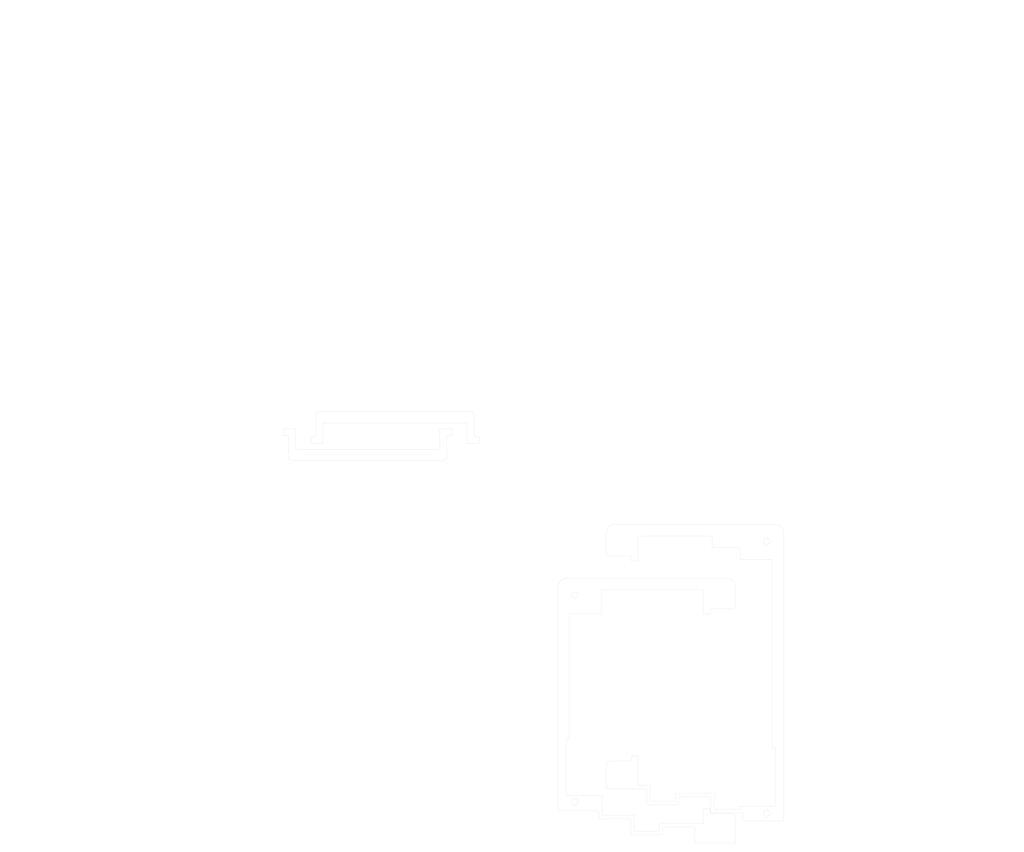
<source format=kicad_pcb>
(kicad_pcb (version 20171130) (host pcbnew "(5.1.4)-1")
  (layers (0 F.Cu signal hide) (31 B.Cu signal hide) (34 B.Paste user hide) (35 F.Paste user hide) (36 B.SilkS user) (37 F.SilkS user hide) (38 B.Mask user hide) (39 F.Mask user hide) (44 Edge.Cuts user))
  (net 0 "")
  (gr_line (start 465.06386 284.50666) (end 441.8673 284.50666) (layer Edge.Cuts) (width 0.1))
  (gr_curve (pts (xy 421.819334 278.7434) (xy 421.819335 279.295683) (xy 422.267049 279.743397) (xy 422.819332 279.743398)) (layer Edge.Cuts) (width 0.1))
  (gr_curve (pts (xy 440.869334 280.743396) (xy 440.869333 280.191113) (xy 440.421619 279.743399) (xy 439.869336 279.743398)) (layer Edge.Cuts) (width 0.1))
  (gr_line (start 401.76578 274.98166) (end 384.7173 274.98166) (layer Edge.Cuts) (width 0.1))
  (gr_line (start 382.71832 265.45666) (end 359.664 265.45666) (layer Edge.Cuts) (width 0.1))
  (gr_curve (pts (xy 403.766538 270.218398) (xy 403.214255 270.218399) (xy 402.766541 270.666113) (xy 402.76654 271.218396)) (layer Edge.Cuts) (width 0.1))
  (gr_line (start 421.81908 278.74594) (end 421.81908 271.21992) (layer Edge.Cuts) (width 0.1))
  (gr_line (start 402.76578 271.21992) (end 402.76578 273.98166) (layer Edge.Cuts) (width 0.1))
  (gr_curve (pts (xy 383.719232 266.454372) (xy 383.719231 265.902089) (xy 383.271518 265.454375) (xy 382.719234 265.454374)) (layer Edge.Cuts) (width 0.1))
  (gr_curve (pts (xy 440.869334 283.504376) (xy 440.869335 284.056659) (xy 441.317049 284.504374) (xy 441.869332 284.504375)) (layer Edge.Cuts) (width 0.1))
  (gr_line (start 439.86832 279.74416) (end 422.8173 279.74416) (layer Edge.Cuts) (width 0.1))
  (gr_curve (pts (xy 383.719232 273.979376) (xy 383.719234 274.531659) (xy 384.166947 274.979373) (xy 384.71923 274.979374)) (layer Edge.Cuts) (width 0.1))
  (gr_line (start 440.86908 283.5059) (end 440.86908 280.74492) (layer Edge.Cuts) (width 0.1))
  (gr_line (start 420.81832 270.21916) (end 403.76476 270.21916) (layer Edge.Cuts) (width 0.1))
  (gr_line (start 383.71908 273.9809) (end 383.71908 266.45488) (layer Edge.Cuts) (width 0.1))
  (gr_curve (pts (xy 421.819334 271.218396) (xy 421.819333 270.666113) (xy 421.371619 270.218399) (xy 420.819336 270.218398)) (layer Edge.Cuts) (width 0.1))
  (gr_arc (start 401.76578 273.98166) (end 402.76578 273.98166) (angle 90) (layer Edge.Cuts) (width 0.1))
  (gr_line (start 167.628 55.104) (end 167.628 51.104) (layer Edge.Cuts) (width 0.1))
  (gr_line (start 260.628 63.42938) (end 174.628 63.42938) (layer Edge.Cuts) (width 0.1))
  (gr_line (start 359.664 265.45666) (end 359.664 250.91) (layer Edge.Cuts) (width 0.1))
  (gr_line (start 373.664 126.91) (end 361.664 126.91) (layer Edge.Cuts) (width 0.1))
  (gr_line (start 260.628 51.104) (end 260.628 63.42938) (layer Edge.Cuts) (width 0.1))
  (gr_line (start 174.628 51.104) (end 167.628 51.104) (layer Edge.Cuts) (width 0.1))
  (gr_line (start 378.664 129.91) (end 378.664 115.05894) (layer Edge.Cuts) (width 0.1))
  (gr_arc (start 361.664 250.91) (end 359.664 250.91) (angle 90) (layer Edge.Cuts) (width 0.1))
  (gr_line (start 264.628 56.104) (end 264.628 68.104) (layer Edge.Cuts) (width 0.1))
  (gr_line (start 374.664 247.91) (end 374.664 245.91) (layer Edge.Cuts) (width 0.1))
  (gr_line (start 267.628 55.104) (end 265.628 55.104) (layer Edge.Cuts) (width 0.1))
  (gr_line (start 374.664 129.91) (end 378.664 129.91) (layer Edge.Cuts) (width 0.1))
  (gr_arc (start 361.664 124.91) (end 359.664 124.91) (angle -90) (layer Edge.Cuts) (width 0.1))
  (gr_line (start 378.664 263.33538) (end 378.664 245.91) (layer Edge.Cuts) (width 0.1))
  (gr_line (start 374.664 245.91) (end 378.664 245.91) (layer Edge.Cuts) (width 0.1))
  (gr_arc (start 172.628 68.104) (end 172.628 70.104) (angle 90) (layer Edge.Cuts) (width 0.1))
  (gr_line (start 460.16386 108.0076) (end 364.564 108.0076) (layer Edge.Cuts) (width 0.1))
  (gr_line (start 262.628 70.104) (end 172.628 70.104) (layer Edge.Cuts) (width 0.1))
  (gr_line (start 174.628 63.42938) (end 174.628 51.104) (layer Edge.Cuts) (width 0.1))
  (gr_line (start 361.664 248.91) (end 373.664 248.91) (layer Edge.Cuts) (width 0.1))
  (gr_line (start 169.628 55.104) (end 167.628 55.104) (layer Edge.Cuts) (width 0.1))
  (gr_line (start 170.628 68.104) (end 170.628 56.104) (layer Edge.Cuts) (width 0.1))
  (gr_arc (start 262.628 68.104) (end 262.628 70.104) (angle -90) (layer Edge.Cuts) (width 0.1))
  (gr_line (start 439.3367 121.77978) (end 439.3367 128.92226) (layer Edge.Cuts) (width 0.1))
  (gr_line (start 423.98862 277.62288) (end 423.98862 268.09788) (layer Edge.Cuts) (width 0.1))
  (gr_line (start 400.7367 272.86038) (end 385.88862 272.86038) (layer Edge.Cuts) (width 0.1))
  (gr_line (start 460.16386 275.81618) (end 460.16386 241.269) (layer Edge.Cuts) (width 0.1))
  (gr_line (start 438.8367 275.81618) (end 460.16386 275.81618) (layer Edge.Cuts) (width 0.1))
  (gr_curve (pts (xy 457.047925 117.97684) (xy 457.047925 119.053796) (xy 456.17488 119.926841) (xy 455.097925 119.926841)) (layer Edge.Cuts) (width 0.1))
  (gr_line (start 438.8367 277.62288) (end 438.8367 275.81618) (layer Edge.Cuts) (width 0.1))
  (gr_curve (pts (xy 453.409174 117.001839) (xy 453.757508 116.398507) (xy 454.401256 116.026839) (xy 455.097925 116.026839)) (layer Edge.Cuts) (width 0.1))
  (gr_line (start 385.88862 272.86038) (end 385.88862 263.33538) (layer Edge.Cuts) (width 0.1))
  (gr_curve (pts (xy 456.786675 280.761616) (xy 456.438341 281.364948) (xy 455.794593 281.736617) (xy 455.097925 281.736617)) (layer Edge.Cuts) (width 0.1))
  (gr_line (start 359.664 124.91) (end 359.664 112.9076) (layer Edge.Cuts) (width 0.1))
  (gr_curve (pts (xy 453.409174 278.811615) (xy 453.757508 278.208282) (xy 454.401256 277.836614) (xy 455.097925 277.836614)) (layer Edge.Cuts) (width 0.1))
  (gr_curve (pts (xy 453.409174 280.761616) (xy 453.06084 280.158284) (xy 453.06084 279.414947) (xy 453.409174 278.811615)) (layer Edge.Cuts) (width 0.1))
  (gr_line (start 423.98862 268.09788) (end 400.7367 268.09788) (layer Edge.Cuts) (width 0.1))
  (gr_curve (pts (xy 455.097925 116.026839) (xy 456.17488 116.026839) (xy 457.047925 116.899884) (xy 457.047925 117.97684)) (layer Edge.Cuts) (width 0.1))
  (gr_curve (pts (xy 455.097925 277.836614) (xy 455.794593 277.836614) (xy 456.438341 278.208282) (xy 456.786675 278.811615)) (layer Edge.Cuts) (width 0.1))
  (gr_line (start 465.06386 284.50666) (end 465.06386 112.9076) (layer Edge.Cuts) (width 0.1))
  (gr_curve (pts (xy 456.786675 278.811615) (xy 457.135009 279.414947) (xy 457.135009 280.158284) (xy 456.786675 280.761616)) (layer Edge.Cuts) (width 0.1))
  (gr_arc (start 364.564 112.9076) (end 359.664 112.9076) (angle 90) (layer Edge.Cuts) (width 0.1))
  (gr_line (start 423.98862 277.62288) (end 438.8367 277.62288) (layer Edge.Cuts) (width 0.1))
  (gr_line (start 385.88862 263.33538) (end 378.664 263.33538) (layer Edge.Cuts) (width 0.1))
  (gr_curve (pts (xy 455.097925 281.736617) (xy 454.401256 281.736617) (xy 453.757508 281.364948) (xy 453.409174 280.761616)) (layer Edge.Cuts) (width 0.1))
  (gr_line (start 422.484 121.77978) (end 439.3367 121.77978) (layer Edge.Cuts) (width 0.1))
  (gr_line (start 439.3367 128.92226) (end 458.3867 128.92226) (layer Edge.Cuts) (width 0.1))
  (gr_curve (pts (xy 455.097925 119.926841) (xy 454.401256 119.926841) (xy 453.757508 119.555173) (xy 453.409174 118.951841)) (layer Edge.Cuts) (width 0.1))
  (gr_line (start 422.484 115.05894) (end 422.484 121.77978) (layer Edge.Cuts) (width 0.1))
  (gr_line (start 458.3867 241.269) (end 460.16386 241.269) (layer Edge.Cuts) (width 0.1))
  (gr_line (start 378.664 115.05894) (end 422.484 115.05894) (layer Edge.Cuts) (width 0.1))
  (gr_line (start 400.7367 268.09788) (end 400.7367 272.86038) (layer Edge.Cuts) (width 0.1))
  (gr_line (start 458.3867 241.269) (end 458.3867 128.92226) (layer Edge.Cuts) (width 0.1))
  (gr_arc (start 460.16386 112.9076) (end 460.16386 108.0076) (angle 90) (layer Edge.Cuts) (width 0.1))
  (gr_curve (pts (xy 453.409174 118.951841) (xy 453.06084 118.348508) (xy 453.06084 117.605172) (xy 453.409174 117.001839)) (layer Edge.Cuts) (width 0.1))
  (gr_arc (start 169.628 56.104) (end 169.628 55.104) (angle 90) (layer Edge.Cuts) (width 0.1))
  (gr_arc (start 373.664 247.91) (end 374.664 247.91) (angle 90) (layer Edge.Cuts) (width 0.1))
  (gr_arc (start 265.628 56.104) (end 264.628 56.104) (angle 90) (layer Edge.Cuts) (width 0.1))
  (gr_line (start 267.628 55.104) (end 267.628 51.104) (layer Edge.Cuts) (width 0.1))
  (gr_line (start 374.664 127.91) (end 374.664 129.91) (layer Edge.Cuts) (width 0.1))
  (gr_arc (start 373.664 127.91) (end 373.664 126.91) (angle 90) (layer Edge.Cuts) (width 0.1))
  (gr_line (start 267.628 51.104) (end 260.628 51.104) (layer Edge.Cuts) (width 0.1))
  (gr_line (start 412.31692 289.1371) (end 412.31692 296.66312) (layer Edge.Cuts) (width 0.1))
  (gr_curve (pts (xy 412.316768 296.663628) (xy 412.316769 297.215911) (xy 412.764482 297.663625) (xy 413.316766 297.663626)) (layer Edge.Cuts) (width 0.1))
  (gr_line (start 413.31768 297.66134) (end 436.372 297.66134) (layer Edge.Cuts) (width 0.1))
  (gr_line (start 436.372 282.208) (end 436.372 297.66134) (layer Edge.Cuts) (width 0.1))
  (gr_arc (start 422.372 279.208) (end 422.372 280.208) (angle 90) (layer Edge.Cuts) (width 0.1))
  (gr_arc (start 281.94 54.894) (end 281.94 55.894) (angle 90) (layer Edge.Cuts) (width 0.1))
  (gr_arc (start 185.94 54.894) (end 186.94 54.894) (angle 90) (layer Edge.Cuts) (width 0.1))
  (gr_arc (start 422.372 159.208) (end 421.372 159.208) (angle 90) (layer Edge.Cuts) (width 0.1))
  (gr_line (start 436.372 156.208) (end 436.372 145.108) (layer Edge.Cuts) (width 0.1))
  (gr_line (start 278.94 40.894) (end 188.94 40.894) (layer Edge.Cuts) (width 0.1))
  (gr_line (start 183.94 55.894) (end 183.94 59.894) (layer Edge.Cuts) (width 0.1))
  (gr_arc (start 188.94 42.894) (end 188.94 40.894) (angle -90) (layer Edge.Cuts) (width 0.1))
  (gr_line (start 190.94 59.894) (end 183.94 59.894) (layer Edge.Cuts) (width 0.1))
  (gr_line (start 421.372 159.208) (end 421.372 161.208) (layer Edge.Cuts) (width 0.1))
  (gr_arc (start 434.372 156.208) (end 436.372 156.208) (angle 90) (layer Edge.Cuts) (width 0.1))
  (gr_line (start 183.94 55.894) (end 185.94 55.894) (layer Edge.Cuts) (width 0.1))
  (gr_line (start 421.372 161.208) (end 417.372 161.208) (layer Edge.Cuts) (width 0.1))
  (gr_line (start 434.372 158.208) (end 422.372 158.208) (layer Edge.Cuts) (width 0.1))
  (gr_line (start 417.372 146.88262) (end 417.372 161.208) (layer Edge.Cuts) (width 0.1))
  (gr_line (start 186.94 54.894) (end 186.94 42.894) (layer Edge.Cuts) (width 0.1))
  (gr_arc (start 278.94 42.894) (end 278.94 40.894) (angle 90) (layer Edge.Cuts) (width 0.1))
  (gr_line (start 280.94 42.894) (end 280.94 54.894) (layer Edge.Cuts) (width 0.1))
  (gr_line (start 190.94 47.56862) (end 276.94 47.56862) (layer Edge.Cuts) (width 0.1))
  (gr_line (start 190.94 59.894) (end 190.94 47.56862) (layer Edge.Cuts) (width 0.1))
  (gr_line (start 421.372 277.208) (end 421.372 279.208) (layer Edge.Cuts) (width 0.1))
  (gr_line (start 421.372 277.208) (end 417.372 277.208) (layer Edge.Cuts) (width 0.1))
  (gr_line (start 283.94 55.894) (end 283.94 59.894) (layer Edge.Cuts) (width 0.1))
  (gr_line (start 417.372 277.208) (end 417.372 286.05824) (layer Edge.Cuts) (width 0.1))
  (gr_line (start 281.94 55.894) (end 283.94 55.894) (layer Edge.Cuts) (width 0.1))
  (gr_line (start 276.94 59.894) (end 283.94 59.894) (layer Edge.Cuts) (width 0.1))
  (gr_line (start 276.94 47.56862) (end 276.94 59.894) (layer Edge.Cuts) (width 0.1))
  (gr_arc (start 434.372 282.208) (end 436.372 282.208) (angle -90) (layer Edge.Cuts) (width 0.1))
  (gr_line (start 422.372 280.208) (end 434.372 280.208) (layer Edge.Cuts) (width 0.1))
  (gr_arc (start 394.27022 289.13634) (end 393.27022 289.13634) (angle 90) (layer Edge.Cuts) (width 0.1))
  (gr_curve (pts (xy 374.216666 291.899604) (xy 374.216667 292.451887) (xy 374.664381 292.899601) (xy 375.216664 292.899602)) (layer Edge.Cuts) (width 0.1))
  (gr_line (start 375.21768 292.89884) (end 392.27124 292.89884) (layer Edge.Cuts) (width 0.1))
  (gr_curve (pts (xy 355.166666 282.374604) (xy 355.166667 282.926887) (xy 355.614381 283.374601) (xy 356.166664 283.374602)) (layer Edge.Cuts) (width 0.1))
  (gr_line (start 355.16692 279.6121) (end 355.16692 282.37308) (layer Edge.Cuts) (width 0.1))
  (gr_line (start 374.21692 284.37206) (end 374.21692 291.89808) (layer Edge.Cuts) (width 0.1))
  (gr_curve (pts (xy 374.216666 284.3746) (xy 374.216665 283.822317) (xy 373.768951 283.374603) (xy 373.216668 283.374602)) (layer Edge.Cuts) (width 0.1))
  (gr_line (start 394.27022 288.13634) (end 411.3187 288.13634) (layer Edge.Cuts) (width 0.1))
  (gr_curve (pts (xy 355.166666 279.613624) (xy 355.166665 279.061341) (xy 354.718951 278.613626) (xy 354.166668 278.613625)) (layer Edge.Cuts) (width 0.1))
  (gr_curve (pts (xy 412.316768 289.138624) (xy 412.316766 288.586341) (xy 411.869053 288.138627) (xy 411.31677 288.138626)) (layer Edge.Cuts) (width 0.1))
  (gr_line (start 356.16768 283.37384) (end 373.2187 283.37384) (layer Edge.Cuts) (width 0.1))
  (gr_line (start 330.97214 278.61134) (end 354.1687 278.61134) (layer Edge.Cuts) (width 0.1))
  (gr_line (start 393.27022 291.89808) (end 393.27022 289.13634) (layer Edge.Cuts) (width 0.1))
  (gr_curve (pts (xy 392.269462 292.899602) (xy 392.821745 292.899601) (xy 393.269459 292.451887) (xy 393.26946 291.899604)) (layer Edge.Cuts) (width 0.1))
  (gr_arc (start 431.472 145.108) (end 436.372 145.108) (angle -90) (layer Edge.Cuts) (width 0.1))
  (gr_arc (start 335.87214 145.108) (end 335.87214 140.208) (angle -90) (layer Edge.Cuts) (width 0.1))
  (gr_line (start 431.472 140.208) (end 335.87214 140.208) (layer Edge.Cuts) (width 0.1))
  (gr_line (start 330.97214 145.108) (end 330.97214 278.61134) (layer Edge.Cuts) (width 0.1))
  (gr_curve (pts (xy 342.626826 149.216406) (xy 342.97516 149.819739) (xy 342.97516 150.563075) (xy 342.626826 151.166408)) (layer Edge.Cuts) (width 0.1))
  (gr_curve (pts (xy 340.938075 152.141408) (xy 340.241407 152.141408) (xy 339.597659 151.76974) (xy 339.249325 151.166408)) (layer Edge.Cuts) (width 0.1))
  (gr_curve (pts (xy 342.626826 151.166408) (xy 342.278492 151.76974) (xy 341.634744 152.141408) (xy 340.938075 152.141408)) (layer Edge.Cuts) (width 0.1))
  (gr_curve (pts (xy 339.249325 149.216406) (xy 339.597659 148.613074) (xy 340.241407 148.241406) (xy 340.938075 148.241406)) (layer Edge.Cuts) (width 0.1))
  (gr_curve (pts (xy 340.938075 148.241406) (xy 341.634744 148.241406) (xy 342.278492 148.613074) (xy 342.626826 149.216406)) (layer Edge.Cuts) (width 0.1))
  (gr_curve (pts (xy 339.249325 151.166408) (xy 338.900991 150.563075) (xy 338.900991 149.819739) (xy 339.249325 149.216406)) (layer Edge.Cuts) (width 0.1))
  (gr_curve (pts (xy 342.626826 274.216321) (xy 342.278492 274.819653) (xy 341.634744 275.191321) (xy 340.938075 275.191321)) (layer Edge.Cuts) (width 0.1))
  (gr_curve (pts (xy 339.249325 274.216321) (xy 338.900991 273.612989) (xy 338.900991 272.869653) (xy 339.249325 272.26632)) (layer Edge.Cuts) (width 0.1))
  (gr_curve (pts (xy 340.938075 275.191321) (xy 340.241407 275.191321) (xy 339.597659 274.819653) (xy 339.249325 274.216321)) (layer Edge.Cuts) (width 0.1))
  (gr_curve (pts (xy 339.249325 272.26632) (xy 339.597659 271.662988) (xy 340.241407 271.29132) (xy 340.938075 271.29132)) (layer Edge.Cuts) (width 0.1))
  (gr_curve (pts (xy 340.938075 271.29132) (xy 341.634744 271.29132) (xy 342.278492 271.662988) (xy 342.626826 272.26632)) (layer Edge.Cuts) (width 0.1))
  (gr_curve (pts (xy 342.626826 272.26632) (xy 342.97516 272.869653) (xy 342.97516 273.612989) (xy 342.626826 274.216321)) (layer Edge.Cuts) (width 0.1))
  (gr_line (start 337.6493 161.17012) (end 356.6993 161.17012) (layer Edge.Cuts) (width 0.1))
  (gr_line (start 391.09738 290.82074) (end 391.09738 286.05824) (layer Edge.Cuts) (width 0.1))
  (gr_line (start 335.87214 269.65894) (end 357.1993 269.65894) (layer Edge.Cuts) (width 0.1))
  (gr_line (start 376.2493 290.82074) (end 391.09738 290.82074) (layer Edge.Cuts) (width 0.1))
  (gr_line (start 337.6493 235.75894) (end 335.87214 235.75894) (layer Edge.Cuts) (width 0.1))
  (gr_line (start 335.87214 235.75894) (end 335.87214 269.65894) (layer Edge.Cuts) (width 0.1))
  (gr_line (start 391.09738 286.05824) (end 417.372 286.05824) (layer Edge.Cuts) (width 0.1))
  (gr_line (start 357.1993 269.65894) (end 357.1993 281.29574) (layer Edge.Cuts) (width 0.1))
  (gr_line (start 356.6993 146.88262) (end 417.372 146.88262) (layer Edge.Cuts) (width 0.1))
  (gr_line (start 356.6993 161.17012) (end 356.6993 146.88262) (layer Edge.Cuts) (width 0.1))
  (gr_line (start 376.2493 281.29574) (end 376.2493 290.82074) (layer Edge.Cuts) (width 0.1))
  (gr_line (start 357.1993 281.29574) (end 376.2493 281.29574) (layer Edge.Cuts) (width 0.1))
  (gr_line (start 337.6493 161.17012) (end 337.6493 235.75894) (layer Edge.Cuts) (width 0.1))
)
</source>
